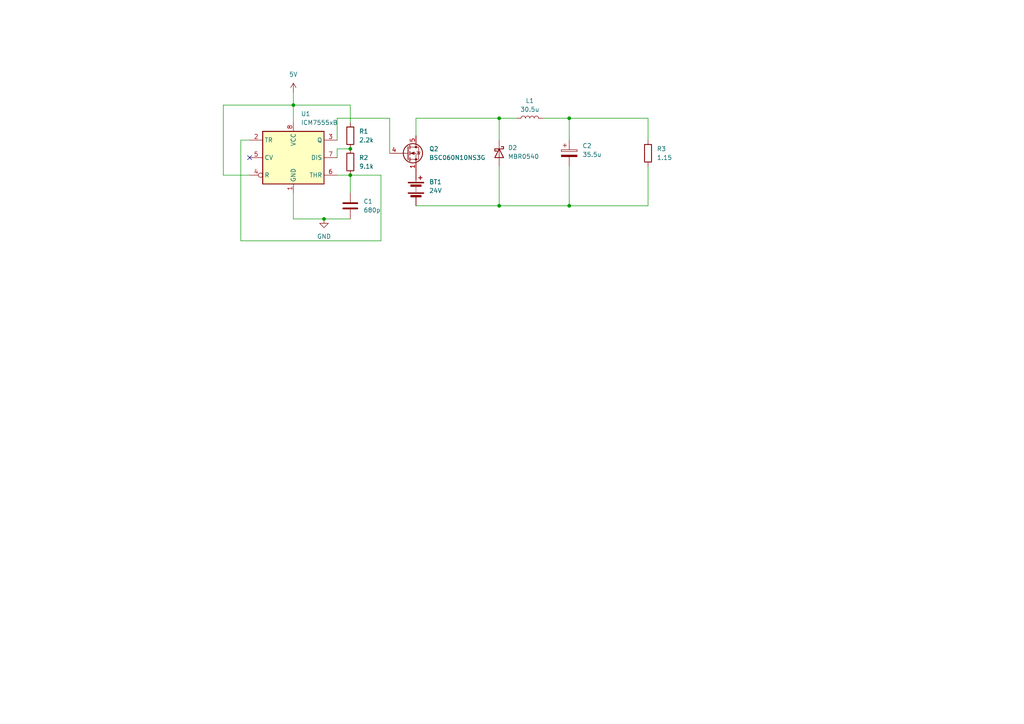
<source format=kicad_sch>
(kicad_sch
	(version 20231120)
	(generator "eeschema")
	(generator_version "8.0")
	(uuid "0f7327a1-8d3a-4ca4-9b7e-fc1bdb38d4ed")
	(paper "A4")
	(lib_symbols
		(symbol "Device:Battery"
			(pin_numbers hide)
			(pin_names
				(offset 0) hide)
			(exclude_from_sim no)
			(in_bom yes)
			(on_board yes)
			(property "Reference" "BT"
				(at 2.54 2.54 0)
				(effects
					(font
						(size 1.27 1.27)
					)
					(justify left)
				)
			)
			(property "Value" "Battery"
				(at 2.54 0 0)
				(effects
					(font
						(size 1.27 1.27)
					)
					(justify left)
				)
			)
			(property "Footprint" ""
				(at 0 1.524 90)
				(effects
					(font
						(size 1.27 1.27)
					)
					(hide yes)
				)
			)
			(property "Datasheet" "~"
				(at 0 1.524 90)
				(effects
					(font
						(size 1.27 1.27)
					)
					(hide yes)
				)
			)
			(property "Description" "Multiple-cell battery"
				(at 0 0 0)
				(effects
					(font
						(size 1.27 1.27)
					)
					(hide yes)
				)
			)
			(property "ki_keywords" "batt voltage-source cell"
				(at 0 0 0)
				(effects
					(font
						(size 1.27 1.27)
					)
					(hide yes)
				)
			)
			(symbol "Battery_0_1"
				(rectangle
					(start -2.286 -1.27)
					(end 2.286 -1.524)
					(stroke
						(width 0)
						(type default)
					)
					(fill
						(type outline)
					)
				)
				(rectangle
					(start -2.286 1.778)
					(end 2.286 1.524)
					(stroke
						(width 0)
						(type default)
					)
					(fill
						(type outline)
					)
				)
				(rectangle
					(start -1.524 -2.032)
					(end 1.524 -2.54)
					(stroke
						(width 0)
						(type default)
					)
					(fill
						(type outline)
					)
				)
				(rectangle
					(start -1.524 1.016)
					(end 1.524 0.508)
					(stroke
						(width 0)
						(type default)
					)
					(fill
						(type outline)
					)
				)
				(polyline
					(pts
						(xy 0 -1.016) (xy 0 -0.762)
					)
					(stroke
						(width 0)
						(type default)
					)
					(fill
						(type none)
					)
				)
				(polyline
					(pts
						(xy 0 -0.508) (xy 0 -0.254)
					)
					(stroke
						(width 0)
						(type default)
					)
					(fill
						(type none)
					)
				)
				(polyline
					(pts
						(xy 0 0) (xy 0 0.254)
					)
					(stroke
						(width 0)
						(type default)
					)
					(fill
						(type none)
					)
				)
				(polyline
					(pts
						(xy 0 1.778) (xy 0 2.54)
					)
					(stroke
						(width 0)
						(type default)
					)
					(fill
						(type none)
					)
				)
				(polyline
					(pts
						(xy 0.762 3.048) (xy 1.778 3.048)
					)
					(stroke
						(width 0.254)
						(type default)
					)
					(fill
						(type none)
					)
				)
				(polyline
					(pts
						(xy 1.27 3.556) (xy 1.27 2.54)
					)
					(stroke
						(width 0.254)
						(type default)
					)
					(fill
						(type none)
					)
				)
			)
			(symbol "Battery_1_1"
				(pin passive line
					(at 0 5.08 270)
					(length 2.54)
					(name "+"
						(effects
							(font
								(size 1.27 1.27)
							)
						)
					)
					(number "1"
						(effects
							(font
								(size 1.27 1.27)
							)
						)
					)
				)
				(pin passive line
					(at 0 -5.08 90)
					(length 2.54)
					(name "-"
						(effects
							(font
								(size 1.27 1.27)
							)
						)
					)
					(number "2"
						(effects
							(font
								(size 1.27 1.27)
							)
						)
					)
				)
			)
		)
		(symbol "Device:C"
			(pin_numbers hide)
			(pin_names
				(offset 0.254)
			)
			(exclude_from_sim no)
			(in_bom yes)
			(on_board yes)
			(property "Reference" "C"
				(at 0.635 2.54 0)
				(effects
					(font
						(size 1.27 1.27)
					)
					(justify left)
				)
			)
			(property "Value" "C"
				(at 0.635 -2.54 0)
				(effects
					(font
						(size 1.27 1.27)
					)
					(justify left)
				)
			)
			(property "Footprint" ""
				(at 0.9652 -3.81 0)
				(effects
					(font
						(size 1.27 1.27)
					)
					(hide yes)
				)
			)
			(property "Datasheet" "~"
				(at 0 0 0)
				(effects
					(font
						(size 1.27 1.27)
					)
					(hide yes)
				)
			)
			(property "Description" "Unpolarized capacitor"
				(at 0 0 0)
				(effects
					(font
						(size 1.27 1.27)
					)
					(hide yes)
				)
			)
			(property "ki_keywords" "cap capacitor"
				(at 0 0 0)
				(effects
					(font
						(size 1.27 1.27)
					)
					(hide yes)
				)
			)
			(property "ki_fp_filters" "C_*"
				(at 0 0 0)
				(effects
					(font
						(size 1.27 1.27)
					)
					(hide yes)
				)
			)
			(symbol "C_0_1"
				(polyline
					(pts
						(xy -2.032 -0.762) (xy 2.032 -0.762)
					)
					(stroke
						(width 0.508)
						(type default)
					)
					(fill
						(type none)
					)
				)
				(polyline
					(pts
						(xy -2.032 0.762) (xy 2.032 0.762)
					)
					(stroke
						(width 0.508)
						(type default)
					)
					(fill
						(type none)
					)
				)
			)
			(symbol "C_1_1"
				(pin passive line
					(at 0 3.81 270)
					(length 2.794)
					(name "~"
						(effects
							(font
								(size 1.27 1.27)
							)
						)
					)
					(number "1"
						(effects
							(font
								(size 1.27 1.27)
							)
						)
					)
				)
				(pin passive line
					(at 0 -3.81 90)
					(length 2.794)
					(name "~"
						(effects
							(font
								(size 1.27 1.27)
							)
						)
					)
					(number "2"
						(effects
							(font
								(size 1.27 1.27)
							)
						)
					)
				)
			)
		)
		(symbol "Device:C_Polarized"
			(pin_numbers hide)
			(pin_names
				(offset 0.254)
			)
			(exclude_from_sim no)
			(in_bom yes)
			(on_board yes)
			(property "Reference" "C"
				(at 0.635 2.54 0)
				(effects
					(font
						(size 1.27 1.27)
					)
					(justify left)
				)
			)
			(property "Value" "C_Polarized"
				(at 0.635 -2.54 0)
				(effects
					(font
						(size 1.27 1.27)
					)
					(justify left)
				)
			)
			(property "Footprint" ""
				(at 0.9652 -3.81 0)
				(effects
					(font
						(size 1.27 1.27)
					)
					(hide yes)
				)
			)
			(property "Datasheet" "~"
				(at 0 0 0)
				(effects
					(font
						(size 1.27 1.27)
					)
					(hide yes)
				)
			)
			(property "Description" "Polarized capacitor"
				(at 0 0 0)
				(effects
					(font
						(size 1.27 1.27)
					)
					(hide yes)
				)
			)
			(property "ki_keywords" "cap capacitor"
				(at 0 0 0)
				(effects
					(font
						(size 1.27 1.27)
					)
					(hide yes)
				)
			)
			(property "ki_fp_filters" "CP_*"
				(at 0 0 0)
				(effects
					(font
						(size 1.27 1.27)
					)
					(hide yes)
				)
			)
			(symbol "C_Polarized_0_1"
				(rectangle
					(start -2.286 0.508)
					(end 2.286 1.016)
					(stroke
						(width 0)
						(type default)
					)
					(fill
						(type none)
					)
				)
				(polyline
					(pts
						(xy -1.778 2.286) (xy -0.762 2.286)
					)
					(stroke
						(width 0)
						(type default)
					)
					(fill
						(type none)
					)
				)
				(polyline
					(pts
						(xy -1.27 2.794) (xy -1.27 1.778)
					)
					(stroke
						(width 0)
						(type default)
					)
					(fill
						(type none)
					)
				)
				(rectangle
					(start 2.286 -0.508)
					(end -2.286 -1.016)
					(stroke
						(width 0)
						(type default)
					)
					(fill
						(type outline)
					)
				)
			)
			(symbol "C_Polarized_1_1"
				(pin passive line
					(at 0 3.81 270)
					(length 2.794)
					(name "~"
						(effects
							(font
								(size 1.27 1.27)
							)
						)
					)
					(number "1"
						(effects
							(font
								(size 1.27 1.27)
							)
						)
					)
				)
				(pin passive line
					(at 0 -3.81 90)
					(length 2.794)
					(name "~"
						(effects
							(font
								(size 1.27 1.27)
							)
						)
					)
					(number "2"
						(effects
							(font
								(size 1.27 1.27)
							)
						)
					)
				)
			)
		)
		(symbol "Device:L"
			(pin_numbers hide)
			(pin_names
				(offset 1.016) hide)
			(exclude_from_sim no)
			(in_bom yes)
			(on_board yes)
			(property "Reference" "L"
				(at -1.27 0 90)
				(effects
					(font
						(size 1.27 1.27)
					)
				)
			)
			(property "Value" "L"
				(at 1.905 0 90)
				(effects
					(font
						(size 1.27 1.27)
					)
				)
			)
			(property "Footprint" ""
				(at 0 0 0)
				(effects
					(font
						(size 1.27 1.27)
					)
					(hide yes)
				)
			)
			(property "Datasheet" "~"
				(at 0 0 0)
				(effects
					(font
						(size 1.27 1.27)
					)
					(hide yes)
				)
			)
			(property "Description" "Inductor"
				(at 0 0 0)
				(effects
					(font
						(size 1.27 1.27)
					)
					(hide yes)
				)
			)
			(property "ki_keywords" "inductor choke coil reactor magnetic"
				(at 0 0 0)
				(effects
					(font
						(size 1.27 1.27)
					)
					(hide yes)
				)
			)
			(property "ki_fp_filters" "Choke_* *Coil* Inductor_* L_*"
				(at 0 0 0)
				(effects
					(font
						(size 1.27 1.27)
					)
					(hide yes)
				)
			)
			(symbol "L_0_1"
				(arc
					(start 0 -2.54)
					(mid 0.6323 -1.905)
					(end 0 -1.27)
					(stroke
						(width 0)
						(type default)
					)
					(fill
						(type none)
					)
				)
				(arc
					(start 0 -1.27)
					(mid 0.6323 -0.635)
					(end 0 0)
					(stroke
						(width 0)
						(type default)
					)
					(fill
						(type none)
					)
				)
				(arc
					(start 0 0)
					(mid 0.6323 0.635)
					(end 0 1.27)
					(stroke
						(width 0)
						(type default)
					)
					(fill
						(type none)
					)
				)
				(arc
					(start 0 1.27)
					(mid 0.6323 1.905)
					(end 0 2.54)
					(stroke
						(width 0)
						(type default)
					)
					(fill
						(type none)
					)
				)
			)
			(symbol "L_1_1"
				(pin passive line
					(at 0 3.81 270)
					(length 1.27)
					(name "1"
						(effects
							(font
								(size 1.27 1.27)
							)
						)
					)
					(number "1"
						(effects
							(font
								(size 1.27 1.27)
							)
						)
					)
				)
				(pin passive line
					(at 0 -3.81 90)
					(length 1.27)
					(name "2"
						(effects
							(font
								(size 1.27 1.27)
							)
						)
					)
					(number "2"
						(effects
							(font
								(size 1.27 1.27)
							)
						)
					)
				)
			)
		)
		(symbol "Device:R"
			(pin_numbers hide)
			(pin_names
				(offset 0)
			)
			(exclude_from_sim no)
			(in_bom yes)
			(on_board yes)
			(property "Reference" "R"
				(at 2.032 0 90)
				(effects
					(font
						(size 1.27 1.27)
					)
				)
			)
			(property "Value" "R"
				(at 0 0 90)
				(effects
					(font
						(size 1.27 1.27)
					)
				)
			)
			(property "Footprint" ""
				(at -1.778 0 90)
				(effects
					(font
						(size 1.27 1.27)
					)
					(hide yes)
				)
			)
			(property "Datasheet" "~"
				(at 0 0 0)
				(effects
					(font
						(size 1.27 1.27)
					)
					(hide yes)
				)
			)
			(property "Description" "Resistor"
				(at 0 0 0)
				(effects
					(font
						(size 1.27 1.27)
					)
					(hide yes)
				)
			)
			(property "ki_keywords" "R res resistor"
				(at 0 0 0)
				(effects
					(font
						(size 1.27 1.27)
					)
					(hide yes)
				)
			)
			(property "ki_fp_filters" "R_*"
				(at 0 0 0)
				(effects
					(font
						(size 1.27 1.27)
					)
					(hide yes)
				)
			)
			(symbol "R_0_1"
				(rectangle
					(start -1.016 -2.54)
					(end 1.016 2.54)
					(stroke
						(width 0.254)
						(type default)
					)
					(fill
						(type none)
					)
				)
			)
			(symbol "R_1_1"
				(pin passive line
					(at 0 3.81 270)
					(length 1.27)
					(name "~"
						(effects
							(font
								(size 1.27 1.27)
							)
						)
					)
					(number "1"
						(effects
							(font
								(size 1.27 1.27)
							)
						)
					)
				)
				(pin passive line
					(at 0 -3.81 90)
					(length 1.27)
					(name "~"
						(effects
							(font
								(size 1.27 1.27)
							)
						)
					)
					(number "2"
						(effects
							(font
								(size 1.27 1.27)
							)
						)
					)
				)
			)
		)
		(symbol "Diode:MBR0540"
			(pin_numbers hide)
			(pin_names
				(offset 1.016) hide)
			(exclude_from_sim no)
			(in_bom yes)
			(on_board yes)
			(property "Reference" "D"
				(at 0 2.54 0)
				(effects
					(font
						(size 1.27 1.27)
					)
				)
			)
			(property "Value" "MBR0540"
				(at 0 -2.54 0)
				(effects
					(font
						(size 1.27 1.27)
					)
				)
			)
			(property "Footprint" "Diode_SMD:D_SOD-123"
				(at 0 -4.445 0)
				(effects
					(font
						(size 1.27 1.27)
					)
					(hide yes)
				)
			)
			(property "Datasheet" "http://www.mccsemi.com/up_pdf/MBR0520~MBR0580(SOD123).pdf"
				(at 0 0 0)
				(effects
					(font
						(size 1.27 1.27)
					)
					(hide yes)
				)
			)
			(property "Description" "40V 0.5A Schottky Power Rectifier Diode, SOD-123"
				(at 0 0 0)
				(effects
					(font
						(size 1.27 1.27)
					)
					(hide yes)
				)
			)
			(property "ki_keywords" "diode Schottky"
				(at 0 0 0)
				(effects
					(font
						(size 1.27 1.27)
					)
					(hide yes)
				)
			)
			(property "ki_fp_filters" "D*SOD?123*"
				(at 0 0 0)
				(effects
					(font
						(size 1.27 1.27)
					)
					(hide yes)
				)
			)
			(symbol "MBR0540_0_1"
				(polyline
					(pts
						(xy 1.27 0) (xy -1.27 0)
					)
					(stroke
						(width 0)
						(type default)
					)
					(fill
						(type none)
					)
				)
				(polyline
					(pts
						(xy 1.27 1.27) (xy 1.27 -1.27) (xy -1.27 0) (xy 1.27 1.27)
					)
					(stroke
						(width 0.254)
						(type default)
					)
					(fill
						(type none)
					)
				)
				(polyline
					(pts
						(xy -1.905 0.635) (xy -1.905 1.27) (xy -1.27 1.27) (xy -1.27 -1.27) (xy -0.635 -1.27) (xy -0.635 -0.635)
					)
					(stroke
						(width 0.254)
						(type default)
					)
					(fill
						(type none)
					)
				)
			)
			(symbol "MBR0540_1_1"
				(pin passive line
					(at -3.81 0 0)
					(length 2.54)
					(name "K"
						(effects
							(font
								(size 1.27 1.27)
							)
						)
					)
					(number "1"
						(effects
							(font
								(size 1.27 1.27)
							)
						)
					)
				)
				(pin passive line
					(at 3.81 0 180)
					(length 2.54)
					(name "A"
						(effects
							(font
								(size 1.27 1.27)
							)
						)
					)
					(number "2"
						(effects
							(font
								(size 1.27 1.27)
							)
						)
					)
				)
			)
		)
		(symbol "Timer:ICM7555xB"
			(exclude_from_sim no)
			(in_bom yes)
			(on_board yes)
			(property "Reference" "U"
				(at -10.16 8.89 0)
				(effects
					(font
						(size 1.27 1.27)
					)
					(justify left)
				)
			)
			(property "Value" "ICM7555xB"
				(at 2.54 8.89 0)
				(effects
					(font
						(size 1.27 1.27)
					)
					(justify left)
				)
			)
			(property "Footprint" "Package_SO:SOIC-8_3.9x4.9mm_P1.27mm"
				(at 21.59 -10.16 0)
				(effects
					(font
						(size 1.27 1.27)
					)
					(hide yes)
				)
			)
			(property "Datasheet" "http://www.intersil.com/content/dam/Intersil/documents/icm7/icm7555-56.pdf"
				(at 21.59 -10.16 0)
				(effects
					(font
						(size 1.27 1.27)
					)
					(hide yes)
				)
			)
			(property "Description" "CMOS General Purpose Timer, 555 compatible, SOIC-8"
				(at 0 0 0)
				(effects
					(font
						(size 1.27 1.27)
					)
					(hide yes)
				)
			)
			(property "ki_keywords" "single timer 555"
				(at 0 0 0)
				(effects
					(font
						(size 1.27 1.27)
					)
					(hide yes)
				)
			)
			(property "ki_fp_filters" "SOIC*3.9x4.9mm*P1.27mm*"
				(at 0 0 0)
				(effects
					(font
						(size 1.27 1.27)
					)
					(hide yes)
				)
			)
			(symbol "ICM7555xB_0_0"
				(pin power_in line
					(at 0 -10.16 90)
					(length 2.54)
					(name "GND"
						(effects
							(font
								(size 1.27 1.27)
							)
						)
					)
					(number "1"
						(effects
							(font
								(size 1.27 1.27)
							)
						)
					)
				)
				(pin power_in line
					(at 0 10.16 270)
					(length 2.54)
					(name "VCC"
						(effects
							(font
								(size 1.27 1.27)
							)
						)
					)
					(number "8"
						(effects
							(font
								(size 1.27 1.27)
							)
						)
					)
				)
			)
			(symbol "ICM7555xB_0_1"
				(rectangle
					(start -8.89 -7.62)
					(end 8.89 7.62)
					(stroke
						(width 0.254)
						(type default)
					)
					(fill
						(type background)
					)
				)
				(rectangle
					(start -8.89 -7.62)
					(end 8.89 7.62)
					(stroke
						(width 0.254)
						(type default)
					)
					(fill
						(type background)
					)
				)
			)
			(symbol "ICM7555xB_1_1"
				(pin input line
					(at -12.7 5.08 0)
					(length 3.81)
					(name "TR"
						(effects
							(font
								(size 1.27 1.27)
							)
						)
					)
					(number "2"
						(effects
							(font
								(size 1.27 1.27)
							)
						)
					)
				)
				(pin output line
					(at 12.7 5.08 180)
					(length 3.81)
					(name "Q"
						(effects
							(font
								(size 1.27 1.27)
							)
						)
					)
					(number "3"
						(effects
							(font
								(size 1.27 1.27)
							)
						)
					)
				)
				(pin input inverted
					(at -12.7 -5.08 0)
					(length 3.81)
					(name "R"
						(effects
							(font
								(size 1.27 1.27)
							)
						)
					)
					(number "4"
						(effects
							(font
								(size 1.27 1.27)
							)
						)
					)
				)
				(pin input line
					(at -12.7 0 0)
					(length 3.81)
					(name "CV"
						(effects
							(font
								(size 1.27 1.27)
							)
						)
					)
					(number "5"
						(effects
							(font
								(size 1.27 1.27)
							)
						)
					)
				)
				(pin input line
					(at 12.7 -5.08 180)
					(length 3.81)
					(name "THR"
						(effects
							(font
								(size 1.27 1.27)
							)
						)
					)
					(number "6"
						(effects
							(font
								(size 1.27 1.27)
							)
						)
					)
				)
				(pin input line
					(at 12.7 0 180)
					(length 3.81)
					(name "DIS"
						(effects
							(font
								(size 1.27 1.27)
							)
						)
					)
					(number "7"
						(effects
							(font
								(size 1.27 1.27)
							)
						)
					)
				)
			)
		)
		(symbol "Transistor_FET:BSC060N10NS3G"
			(pin_names hide)
			(exclude_from_sim no)
			(in_bom yes)
			(on_board yes)
			(property "Reference" "Q"
				(at 5.08 1.905 0)
				(effects
					(font
						(size 1.27 1.27)
					)
					(justify left)
				)
			)
			(property "Value" "BSC060N10NS3G"
				(at 5.08 0 0)
				(effects
					(font
						(size 1.27 1.27)
					)
					(justify left)
				)
			)
			(property "Footprint" "Package_TO_SOT_SMD:TDSON-8-1"
				(at 5.08 -1.905 0)
				(effects
					(font
						(size 1.27 1.27)
						(italic yes)
					)
					(justify left)
					(hide yes)
				)
			)
			(property "Datasheet" "http://www.infineon.com/dgdl/Infineon-BSC060N10NS3-DS-v02_04-en.pdf?fileId=db3a30431ce5fb52011d1aab7f90133a"
				(at 5.08 -3.81 0)
				(effects
					(font
						(size 1.27 1.27)
					)
					(justify left)
					(hide yes)
				)
			)
			(property "Description" "90A Id, 100V Vds, OptiMOS N-Channel Power MOSFET, 6.0mOhm Ron, Qg (typ) 51.0nC, PG-TDSON-8"
				(at 0 0 0)
				(effects
					(font
						(size 1.27 1.27)
					)
					(hide yes)
				)
			)
			(property "ki_keywords" "OptiMOS Power MOSFET N-MOS"
				(at 0 0 0)
				(effects
					(font
						(size 1.27 1.27)
					)
					(hide yes)
				)
			)
			(property "ki_fp_filters" "TDSON*"
				(at 0 0 0)
				(effects
					(font
						(size 1.27 1.27)
					)
					(hide yes)
				)
			)
			(symbol "BSC060N10NS3G_0_1"
				(polyline
					(pts
						(xy 0.254 0) (xy -2.54 0)
					)
					(stroke
						(width 0)
						(type default)
					)
					(fill
						(type none)
					)
				)
				(polyline
					(pts
						(xy 0.254 1.905) (xy 0.254 -1.905)
					)
					(stroke
						(width 0.254)
						(type default)
					)
					(fill
						(type none)
					)
				)
				(polyline
					(pts
						(xy 0.762 -1.27) (xy 0.762 -2.286)
					)
					(stroke
						(width 0.254)
						(type default)
					)
					(fill
						(type none)
					)
				)
				(polyline
					(pts
						(xy 0.762 0.508) (xy 0.762 -0.508)
					)
					(stroke
						(width 0.254)
						(type default)
					)
					(fill
						(type none)
					)
				)
				(polyline
					(pts
						(xy 0.762 2.286) (xy 0.762 1.27)
					)
					(stroke
						(width 0.254)
						(type default)
					)
					(fill
						(type none)
					)
				)
				(polyline
					(pts
						(xy 2.54 2.54) (xy 2.54 1.778)
					)
					(stroke
						(width 0)
						(type default)
					)
					(fill
						(type none)
					)
				)
				(polyline
					(pts
						(xy 2.54 -2.54) (xy 2.54 0) (xy 0.762 0)
					)
					(stroke
						(width 0)
						(type default)
					)
					(fill
						(type none)
					)
				)
				(polyline
					(pts
						(xy 0.762 -1.778) (xy 3.302 -1.778) (xy 3.302 1.778) (xy 0.762 1.778)
					)
					(stroke
						(width 0)
						(type default)
					)
					(fill
						(type none)
					)
				)
				(polyline
					(pts
						(xy 1.016 0) (xy 2.032 0.381) (xy 2.032 -0.381) (xy 1.016 0)
					)
					(stroke
						(width 0)
						(type default)
					)
					(fill
						(type outline)
					)
				)
				(polyline
					(pts
						(xy 2.794 0.508) (xy 2.921 0.381) (xy 3.683 0.381) (xy 3.81 0.254)
					)
					(stroke
						(width 0)
						(type default)
					)
					(fill
						(type none)
					)
				)
				(polyline
					(pts
						(xy 3.302 0.381) (xy 2.921 -0.254) (xy 3.683 -0.254) (xy 3.302 0.381)
					)
					(stroke
						(width 0)
						(type default)
					)
					(fill
						(type none)
					)
				)
				(circle
					(center 1.651 0)
					(radius 2.794)
					(stroke
						(width 0.254)
						(type default)
					)
					(fill
						(type none)
					)
				)
				(circle
					(center 2.54 -1.778)
					(radius 0.254)
					(stroke
						(width 0)
						(type default)
					)
					(fill
						(type outline)
					)
				)
				(circle
					(center 2.54 1.778)
					(radius 0.254)
					(stroke
						(width 0)
						(type default)
					)
					(fill
						(type outline)
					)
				)
			)
			(symbol "BSC060N10NS3G_1_1"
				(pin passive line
					(at 2.54 -5.08 90)
					(length 2.54)
					(name "S"
						(effects
							(font
								(size 1.27 1.27)
							)
						)
					)
					(number "1"
						(effects
							(font
								(size 1.27 1.27)
							)
						)
					)
				)
				(pin passive line
					(at 2.54 -5.08 90)
					(length 2.54) hide
					(name "S"
						(effects
							(font
								(size 1.27 1.27)
							)
						)
					)
					(number "2"
						(effects
							(font
								(size 1.27 1.27)
							)
						)
					)
				)
				(pin passive line
					(at 2.54 -5.08 90)
					(length 2.54) hide
					(name "S"
						(effects
							(font
								(size 1.27 1.27)
							)
						)
					)
					(number "3"
						(effects
							(font
								(size 1.27 1.27)
							)
						)
					)
				)
				(pin passive line
					(at -5.08 0 0)
					(length 2.54)
					(name "G"
						(effects
							(font
								(size 1.27 1.27)
							)
						)
					)
					(number "4"
						(effects
							(font
								(size 1.27 1.27)
							)
						)
					)
				)
				(pin passive line
					(at 2.54 5.08 270)
					(length 2.54)
					(name "D"
						(effects
							(font
								(size 1.27 1.27)
							)
						)
					)
					(number "5"
						(effects
							(font
								(size 1.27 1.27)
							)
						)
					)
				)
			)
		)
		(symbol "power:GND"
			(power)
			(pin_numbers hide)
			(pin_names
				(offset 0) hide)
			(exclude_from_sim no)
			(in_bom yes)
			(on_board yes)
			(property "Reference" "#PWR"
				(at 0 -6.35 0)
				(effects
					(font
						(size 1.27 1.27)
					)
					(hide yes)
				)
			)
			(property "Value" "GND"
				(at 0 -3.81 0)
				(effects
					(font
						(size 1.27 1.27)
					)
				)
			)
			(property "Footprint" ""
				(at 0 0 0)
				(effects
					(font
						(size 1.27 1.27)
					)
					(hide yes)
				)
			)
			(property "Datasheet" ""
				(at 0 0 0)
				(effects
					(font
						(size 1.27 1.27)
					)
					(hide yes)
				)
			)
			(property "Description" "Power symbol creates a global label with name \"GND\" , ground"
				(at 0 0 0)
				(effects
					(font
						(size 1.27 1.27)
					)
					(hide yes)
				)
			)
			(property "ki_keywords" "global power"
				(at 0 0 0)
				(effects
					(font
						(size 1.27 1.27)
					)
					(hide yes)
				)
			)
			(symbol "GND_0_1"
				(polyline
					(pts
						(xy 0 0) (xy 0 -1.27) (xy 1.27 -1.27) (xy 0 -2.54) (xy -1.27 -1.27) (xy 0 -1.27)
					)
					(stroke
						(width 0)
						(type default)
					)
					(fill
						(type none)
					)
				)
			)
			(symbol "GND_1_1"
				(pin power_in line
					(at 0 0 270)
					(length 0)
					(name "~"
						(effects
							(font
								(size 1.27 1.27)
							)
						)
					)
					(number "1"
						(effects
							(font
								(size 1.27 1.27)
							)
						)
					)
				)
			)
		)
		(symbol "power:VCC"
			(power)
			(pin_numbers hide)
			(pin_names
				(offset 0) hide)
			(exclude_from_sim no)
			(in_bom yes)
			(on_board yes)
			(property "Reference" "#PWR"
				(at 0 -3.81 0)
				(effects
					(font
						(size 1.27 1.27)
					)
					(hide yes)
				)
			)
			(property "Value" "VCC"
				(at 0 3.556 0)
				(effects
					(font
						(size 1.27 1.27)
					)
				)
			)
			(property "Footprint" ""
				(at 0 0 0)
				(effects
					(font
						(size 1.27 1.27)
					)
					(hide yes)
				)
			)
			(property "Datasheet" ""
				(at 0 0 0)
				(effects
					(font
						(size 1.27 1.27)
					)
					(hide yes)
				)
			)
			(property "Description" "Power symbol creates a global label with name \"VCC\""
				(at 0 0 0)
				(effects
					(font
						(size 1.27 1.27)
					)
					(hide yes)
				)
			)
			(property "ki_keywords" "global power"
				(at 0 0 0)
				(effects
					(font
						(size 1.27 1.27)
					)
					(hide yes)
				)
			)
			(symbol "VCC_0_1"
				(polyline
					(pts
						(xy -0.762 1.27) (xy 0 2.54)
					)
					(stroke
						(width 0)
						(type default)
					)
					(fill
						(type none)
					)
				)
				(polyline
					(pts
						(xy 0 0) (xy 0 2.54)
					)
					(stroke
						(width 0)
						(type default)
					)
					(fill
						(type none)
					)
				)
				(polyline
					(pts
						(xy 0 2.54) (xy 0.762 1.27)
					)
					(stroke
						(width 0)
						(type default)
					)
					(fill
						(type none)
					)
				)
			)
			(symbol "VCC_1_1"
				(pin power_in line
					(at 0 0 90)
					(length 0)
					(name "~"
						(effects
							(font
								(size 1.27 1.27)
							)
						)
					)
					(number "1"
						(effects
							(font
								(size 1.27 1.27)
							)
						)
					)
				)
			)
		)
	)
	(junction
		(at 85.09 30.48)
		(diameter 0)
		(color 0 0 0 0)
		(uuid "0a8a8d8b-b43f-4c44-a1b2-7a018de47c9f")
	)
	(junction
		(at 144.78 59.69)
		(diameter 0)
		(color 0 0 0 0)
		(uuid "0c0ffd33-876e-483f-9d60-e7d51453b7a6")
	)
	(junction
		(at 101.6 43.18)
		(diameter 0)
		(color 0 0 0 0)
		(uuid "0dbc2e0c-0f3d-4204-b5fe-5f1e76655936")
	)
	(junction
		(at 165.1 34.29)
		(diameter 0)
		(color 0 0 0 0)
		(uuid "79d95d02-8f33-42da-b613-7fc4a10bb6ce")
	)
	(junction
		(at 101.6 50.8)
		(diameter 0)
		(color 0 0 0 0)
		(uuid "c3089dc2-2aa5-40f9-b465-1f1abd006a59")
	)
	(junction
		(at 165.1 59.69)
		(diameter 0)
		(color 0 0 0 0)
		(uuid "cd423450-7fba-48a5-a156-49d7c6b59c0e")
	)
	(junction
		(at 93.98 63.5)
		(diameter 0)
		(color 0 0 0 0)
		(uuid "dccae92f-43b1-4c2b-af56-b5b869ecef9b")
	)
	(junction
		(at 144.78 34.29)
		(diameter 0)
		(color 0 0 0 0)
		(uuid "e2b316ec-98bf-4861-9c5a-6e4e1b7702a1")
	)
	(no_connect
		(at 72.39 45.72)
		(uuid "ab1dea91-388c-47ef-bd3c-25e318b53c00")
	)
	(wire
		(pts
			(xy 101.6 50.8) (xy 101.6 55.88)
		)
		(stroke
			(width 0)
			(type default)
		)
		(uuid "09b85076-d2f8-4471-82d3-7510268190f2")
	)
	(wire
		(pts
			(xy 97.79 50.8) (xy 101.6 50.8)
		)
		(stroke
			(width 0)
			(type default)
		)
		(uuid "0f41d022-0ad5-4498-a3cd-36cc018b5df5")
	)
	(wire
		(pts
			(xy 187.96 34.29) (xy 187.96 40.64)
		)
		(stroke
			(width 0)
			(type default)
		)
		(uuid "13116ae2-a4ce-4cac-adcf-fde76110b7eb")
	)
	(wire
		(pts
			(xy 85.09 30.48) (xy 85.09 35.56)
		)
		(stroke
			(width 0)
			(type default)
		)
		(uuid "15bee572-a3c3-4cf5-b3bb-818ae5d38ce9")
	)
	(wire
		(pts
			(xy 97.79 43.18) (xy 101.6 43.18)
		)
		(stroke
			(width 0)
			(type default)
		)
		(uuid "2dba036b-6857-4d2b-a2c3-779106264e62")
	)
	(wire
		(pts
			(xy 113.03 34.29) (xy 113.03 44.45)
		)
		(stroke
			(width 0)
			(type default)
		)
		(uuid "32a2acfc-e42b-417e-88fe-9a46db5e81ea")
	)
	(wire
		(pts
			(xy 72.39 50.8) (xy 64.77 50.8)
		)
		(stroke
			(width 0)
			(type default)
		)
		(uuid "360274d9-ced6-4937-9971-92d373bc4761")
	)
	(wire
		(pts
			(xy 101.6 30.48) (xy 85.09 30.48)
		)
		(stroke
			(width 0)
			(type default)
		)
		(uuid "3f7dd47e-22e7-45df-9a49-283630c5edd3")
	)
	(wire
		(pts
			(xy 110.49 50.8) (xy 110.49 69.85)
		)
		(stroke
			(width 0)
			(type default)
		)
		(uuid "3fab9810-ccfb-48ee-b711-76c961c45919")
	)
	(wire
		(pts
			(xy 85.09 55.88) (xy 85.09 63.5)
		)
		(stroke
			(width 0)
			(type default)
		)
		(uuid "4ac387d1-cc07-484c-bee8-0f70eaef46e1")
	)
	(wire
		(pts
			(xy 165.1 48.26) (xy 165.1 59.69)
		)
		(stroke
			(width 0)
			(type default)
		)
		(uuid "4f7f7fae-0cf5-4678-841c-0a098bc13e08")
	)
	(wire
		(pts
			(xy 144.78 59.69) (xy 165.1 59.69)
		)
		(stroke
			(width 0)
			(type default)
		)
		(uuid "55c3f1f6-272b-43e9-967d-5f5b74d0127d")
	)
	(wire
		(pts
			(xy 165.1 34.29) (xy 187.96 34.29)
		)
		(stroke
			(width 0)
			(type default)
		)
		(uuid "5c8cd9a4-7366-4795-a5b8-4244175d0ca1")
	)
	(wire
		(pts
			(xy 64.77 30.48) (xy 85.09 30.48)
		)
		(stroke
			(width 0)
			(type default)
		)
		(uuid "66df142b-e66a-4304-baba-a4a35c435545")
	)
	(wire
		(pts
			(xy 144.78 34.29) (xy 149.86 34.29)
		)
		(stroke
			(width 0)
			(type default)
		)
		(uuid "67a21e05-a009-46ae-9e93-65d660f29695")
	)
	(wire
		(pts
			(xy 69.85 69.85) (xy 69.85 40.64)
		)
		(stroke
			(width 0)
			(type default)
		)
		(uuid "728822bc-4b64-4ee5-82a0-e1d6154abb0d")
	)
	(wire
		(pts
			(xy 165.1 34.29) (xy 165.1 40.64)
		)
		(stroke
			(width 0)
			(type default)
		)
		(uuid "7461c0c8-3a82-4ebc-8a8b-b9ad100e747e")
	)
	(wire
		(pts
			(xy 85.09 26.67) (xy 85.09 30.48)
		)
		(stroke
			(width 0)
			(type default)
		)
		(uuid "7931725a-5591-4237-9061-541c8c1110c6")
	)
	(wire
		(pts
			(xy 97.79 34.29) (xy 113.03 34.29)
		)
		(stroke
			(width 0)
			(type default)
		)
		(uuid "7f40a9ba-d4d0-4475-b8f5-5b3a3cfc1127")
	)
	(wire
		(pts
			(xy 144.78 48.26) (xy 144.78 59.69)
		)
		(stroke
			(width 0)
			(type default)
		)
		(uuid "812612d5-6129-4d12-a548-4e02cf96e26e")
	)
	(wire
		(pts
			(xy 85.09 63.5) (xy 93.98 63.5)
		)
		(stroke
			(width 0)
			(type default)
		)
		(uuid "95b05aef-e17a-43a1-95ce-37450b8ea956")
	)
	(wire
		(pts
			(xy 110.49 69.85) (xy 69.85 69.85)
		)
		(stroke
			(width 0)
			(type default)
		)
		(uuid "9ab62fcb-a3cf-4f68-8ca8-7334c646d495")
	)
	(wire
		(pts
			(xy 97.79 40.64) (xy 97.79 34.29)
		)
		(stroke
			(width 0)
			(type default)
		)
		(uuid "a5c2d33c-024b-442e-b687-d9b479b683dd")
	)
	(wire
		(pts
			(xy 157.48 34.29) (xy 165.1 34.29)
		)
		(stroke
			(width 0)
			(type default)
		)
		(uuid "ae7e4f80-e474-460f-b5c7-609ef32073d1")
	)
	(wire
		(pts
			(xy 120.65 59.69) (xy 144.78 59.69)
		)
		(stroke
			(width 0)
			(type default)
		)
		(uuid "aeb5425f-1cf7-442f-9b9f-fa50b8d325c5")
	)
	(wire
		(pts
			(xy 93.98 63.5) (xy 101.6 63.5)
		)
		(stroke
			(width 0)
			(type default)
		)
		(uuid "b307feb5-0193-4dfb-97c9-81431cbbc472")
	)
	(wire
		(pts
			(xy 64.77 50.8) (xy 64.77 30.48)
		)
		(stroke
			(width 0)
			(type default)
		)
		(uuid "b48e8f1c-1c55-43bd-a832-a2911539b97c")
	)
	(wire
		(pts
			(xy 120.65 39.37) (xy 120.65 34.29)
		)
		(stroke
			(width 0)
			(type default)
		)
		(uuid "cb034650-b36b-4576-b0a4-f333d9e637c4")
	)
	(wire
		(pts
			(xy 120.65 34.29) (xy 144.78 34.29)
		)
		(stroke
			(width 0)
			(type default)
		)
		(uuid "d4e9577d-2e10-407b-a62f-86b889164592")
	)
	(wire
		(pts
			(xy 144.78 34.29) (xy 144.78 40.64)
		)
		(stroke
			(width 0)
			(type default)
		)
		(uuid "d7f1a5b0-7683-489c-9121-cd01dc925b7f")
	)
	(wire
		(pts
			(xy 165.1 59.69) (xy 187.96 59.69)
		)
		(stroke
			(width 0)
			(type default)
		)
		(uuid "e3659fb3-ef71-4a32-9957-40e4ab2e02c2")
	)
	(wire
		(pts
			(xy 101.6 50.8) (xy 110.49 50.8)
		)
		(stroke
			(width 0)
			(type default)
		)
		(uuid "e69e0406-0e03-4ffc-9d3f-7c1b8421159a")
	)
	(wire
		(pts
			(xy 187.96 59.69) (xy 187.96 48.26)
		)
		(stroke
			(width 0)
			(type default)
		)
		(uuid "ee8f3f68-927b-4a16-934b-21c8bb4aa2de")
	)
	(wire
		(pts
			(xy 97.79 45.72) (xy 97.79 43.18)
		)
		(stroke
			(width 0)
			(type default)
		)
		(uuid "eeebdd3d-1a85-4a46-8089-38756a173bf7")
	)
	(wire
		(pts
			(xy 69.85 40.64) (xy 72.39 40.64)
		)
		(stroke
			(width 0)
			(type default)
		)
		(uuid "f007d67b-ef9c-4c4c-928e-131a83a2e960")
	)
	(wire
		(pts
			(xy 101.6 35.56) (xy 101.6 30.48)
		)
		(stroke
			(width 0)
			(type default)
		)
		(uuid "f2d64185-31c4-4f5a-aaee-3636bd8cef8e")
	)
	(symbol
		(lib_id "Transistor_FET:BSC060N10NS3G")
		(at 118.11 44.45 0)
		(unit 1)
		(exclude_from_sim no)
		(in_bom yes)
		(on_board yes)
		(dnp no)
		(fields_autoplaced yes)
		(uuid "0b0c461b-64f9-477b-8bec-ebb245d0e297")
		(property "Reference" "Q2"
			(at 124.46 43.1799 0)
			(effects
				(font
					(size 1.27 1.27)
				)
				(justify left)
			)
		)
		(property "Value" "BSC060N10NS3G"
			(at 124.46 45.7199 0)
			(effects
				(font
					(size 1.27 1.27)
				)
				(justify left)
			)
		)
		(property "Footprint" "Package_TO_SOT_SMD:TDSON-8-1"
			(at 123.19 46.355 0)
			(effects
				(font
					(size 1.27 1.27)
					(italic yes)
				)
				(justify left)
				(hide yes)
			)
		)
		(property "Datasheet" "http://www.infineon.com/dgdl/Infineon-BSC060N10NS3-DS-v02_04-en.pdf?fileId=db3a30431ce5fb52011d1aab7f90133a"
			(at 123.19 48.26 0)
			(effects
				(font
					(size 1.27 1.27)
				)
				(justify left)
				(hide yes)
			)
		)
		(property "Description" "90A Id, 100V Vds, OptiMOS N-Channel Power MOSFET, 6.0mOhm Ron, Qg (typ) 51.0nC, PG-TDSON-8"
			(at 118.11 44.45 0)
			(effects
				(font
					(size 1.27 1.27)
				)
				(hide yes)
			)
		)
		(pin "5"
			(uuid "73beced2-a245-4edf-bd3b-12fbc0adaaef")
		)
		(pin "4"
			(uuid "10b54914-180b-4fae-bc0e-6d56a7b293fb")
		)
		(pin "3"
			(uuid "9f253ae2-6e83-4248-8d2c-3afe46abf70a")
		)
		(pin "1"
			(uuid "a60e9c38-f83c-475f-b370-dbd7fafa0247")
		)
		(pin "2"
			(uuid "44cb526d-3f8d-4c5c-9e11-21e7247606d5")
		)
		(instances
			(project ""
				(path "/0f7327a1-8d3a-4ca4-9b7e-fc1bdb38d4ed"
					(reference "Q2")
					(unit 1)
				)
			)
		)
	)
	(symbol
		(lib_id "Device:R")
		(at 101.6 39.37 0)
		(unit 1)
		(exclude_from_sim no)
		(in_bom yes)
		(on_board yes)
		(dnp no)
		(fields_autoplaced yes)
		(uuid "258489b7-e179-4cda-980d-8d52084afe9e")
		(property "Reference" "R1"
			(at 104.14 38.0999 0)
			(effects
				(font
					(size 1.27 1.27)
				)
				(justify left)
			)
		)
		(property "Value" "2.2k"
			(at 104.14 40.6399 0)
			(effects
				(font
					(size 1.27 1.27)
				)
				(justify left)
			)
		)
		(property "Footprint" ""
			(at 99.822 39.37 90)
			(effects
				(font
					(size 1.27 1.27)
				)
				(hide yes)
			)
		)
		(property "Datasheet" "~"
			(at 101.6 39.37 0)
			(effects
				(font
					(size 1.27 1.27)
				)
				(hide yes)
			)
		)
		(property "Description" "Resistor"
			(at 101.6 39.37 0)
			(effects
				(font
					(size 1.27 1.27)
				)
				(hide yes)
			)
		)
		(pin "2"
			(uuid "117929dd-641b-4213-ab47-29ff6b312a50")
		)
		(pin "1"
			(uuid "51b377fe-8563-439c-9843-227eafe5ddf9")
		)
		(instances
			(project ""
				(path "/0f7327a1-8d3a-4ca4-9b7e-fc1bdb38d4ed"
					(reference "R1")
					(unit 1)
				)
			)
		)
	)
	(symbol
		(lib_id "Device:R")
		(at 101.6 46.99 0)
		(unit 1)
		(exclude_from_sim no)
		(in_bom yes)
		(on_board yes)
		(dnp no)
		(fields_autoplaced yes)
		(uuid "310161a1-f977-49c5-a523-aaf967c5ace5")
		(property "Reference" "R2"
			(at 104.14 45.7199 0)
			(effects
				(font
					(size 1.27 1.27)
				)
				(justify left)
			)
		)
		(property "Value" "9.1k"
			(at 104.14 48.2599 0)
			(effects
				(font
					(size 1.27 1.27)
				)
				(justify left)
			)
		)
		(property "Footprint" ""
			(at 99.822 46.99 90)
			(effects
				(font
					(size 1.27 1.27)
				)
				(hide yes)
			)
		)
		(property "Datasheet" "~"
			(at 101.6 46.99 0)
			(effects
				(font
					(size 1.27 1.27)
				)
				(hide yes)
			)
		)
		(property "Description" "Resistor"
			(at 101.6 46.99 0)
			(effects
				(font
					(size 1.27 1.27)
				)
				(hide yes)
			)
		)
		(pin "2"
			(uuid "a146fac1-9f7e-4dc7-a71e-e14b3cf6a91e")
		)
		(pin "1"
			(uuid "dfe3b061-f049-47f5-ab34-816101ebe656")
		)
		(instances
			(project ""
				(path "/0f7327a1-8d3a-4ca4-9b7e-fc1bdb38d4ed"
					(reference "R2")
					(unit 1)
				)
			)
		)
	)
	(symbol
		(lib_id "Device:R")
		(at 187.96 44.45 0)
		(unit 1)
		(exclude_from_sim no)
		(in_bom yes)
		(on_board yes)
		(dnp no)
		(fields_autoplaced yes)
		(uuid "7d52ae7c-d9eb-4a98-a95d-b57b4c655b4e")
		(property "Reference" "R3"
			(at 190.5 43.1799 0)
			(effects
				(font
					(size 1.27 1.27)
				)
				(justify left)
			)
		)
		(property "Value" "1.15"
			(at 190.5 45.7199 0)
			(effects
				(font
					(size 1.27 1.27)
				)
				(justify left)
			)
		)
		(property "Footprint" ""
			(at 186.182 44.45 90)
			(effects
				(font
					(size 1.27 1.27)
				)
				(hide yes)
			)
		)
		(property "Datasheet" "~"
			(at 187.96 44.45 0)
			(effects
				(font
					(size 1.27 1.27)
				)
				(hide yes)
			)
		)
		(property "Description" "Resistor"
			(at 187.96 44.45 0)
			(effects
				(font
					(size 1.27 1.27)
				)
				(hide yes)
			)
		)
		(pin "2"
			(uuid "5f206b5b-4ca6-46d8-954c-7c02c7e10324")
		)
		(pin "1"
			(uuid "9e805dcf-1d37-431a-90a5-f2f77a35cb50")
		)
		(instances
			(project ""
				(path "/0f7327a1-8d3a-4ca4-9b7e-fc1bdb38d4ed"
					(reference "R3")
					(unit 1)
				)
			)
		)
	)
	(symbol
		(lib_id "Diode:MBR0540")
		(at 144.78 44.45 270)
		(unit 1)
		(exclude_from_sim no)
		(in_bom yes)
		(on_board yes)
		(dnp no)
		(fields_autoplaced yes)
		(uuid "814d1933-f126-4399-9cea-2c395ae3d92c")
		(property "Reference" "D2"
			(at 147.32 42.8624 90)
			(effects
				(font
					(size 1.27 1.27)
				)
				(justify left)
			)
		)
		(property "Value" "MBR0540"
			(at 147.32 45.4024 90)
			(effects
				(font
					(size 1.27 1.27)
				)
				(justify left)
			)
		)
		(property "Footprint" "Diode_SMD:D_SOD-123"
			(at 140.335 44.45 0)
			(effects
				(font
					(size 1.27 1.27)
				)
				(hide yes)
			)
		)
		(property "Datasheet" "http://www.mccsemi.com/up_pdf/MBR0520~MBR0580(SOD123).pdf"
			(at 144.78 44.45 0)
			(effects
				(font
					(size 1.27 1.27)
				)
				(hide yes)
			)
		)
		(property "Description" "40V 0.5A Schottky Power Rectifier Diode, SOD-123"
			(at 144.78 44.45 0)
			(effects
				(font
					(size 1.27 1.27)
				)
				(hide yes)
			)
		)
		(pin "1"
			(uuid "dd76c130-a173-4571-bae4-fe0c8dcb892d")
		)
		(pin "2"
			(uuid "b748b8f7-2bbb-482b-94a0-17450467dfab")
		)
		(instances
			(project ""
				(path "/0f7327a1-8d3a-4ca4-9b7e-fc1bdb38d4ed"
					(reference "D2")
					(unit 1)
				)
			)
		)
	)
	(symbol
		(lib_id "Timer:ICM7555xB")
		(at 85.09 45.72 0)
		(unit 1)
		(exclude_from_sim no)
		(in_bom yes)
		(on_board yes)
		(dnp no)
		(fields_autoplaced yes)
		(uuid "914008fa-ae1a-422c-878f-8a51d939fbd9")
		(property "Reference" "U1"
			(at 87.2841 33.02 0)
			(effects
				(font
					(size 1.27 1.27)
				)
				(justify left)
			)
		)
		(property "Value" "ICM7555xB"
			(at 87.2841 35.56 0)
			(effects
				(font
					(size 1.27 1.27)
				)
				(justify left)
			)
		)
		(property "Footprint" "Package_SO:SOIC-8_3.9x4.9mm_P1.27mm"
			(at 106.68 55.88 0)
			(effects
				(font
					(size 1.27 1.27)
				)
				(hide yes)
			)
		)
		(property "Datasheet" "http://www.intersil.com/content/dam/Intersil/documents/icm7/icm7555-56.pdf"
			(at 106.68 55.88 0)
			(effects
				(font
					(size 1.27 1.27)
				)
				(hide yes)
			)
		)
		(property "Description" "CMOS General Purpose Timer, 555 compatible, SOIC-8"
			(at 85.09 45.72 0)
			(effects
				(font
					(size 1.27 1.27)
				)
				(hide yes)
			)
		)
		(pin "7"
			(uuid "c6be4161-07ec-499d-8a2b-b1771d79ea52")
		)
		(pin "8"
			(uuid "3444774f-e855-46ca-98e2-f9b25b59676c")
		)
		(pin "6"
			(uuid "c8ed656d-cd38-45f9-a67e-36a2143299fb")
		)
		(pin "4"
			(uuid "4b177178-81f6-40b2-b22c-66327b5ade2a")
		)
		(pin "1"
			(uuid "a142fb1a-a6c7-4a9b-854f-fa3bb8f4458a")
		)
		(pin "5"
			(uuid "fd94db6f-53de-4bbf-9c3a-ab32ccbd73cc")
		)
		(pin "3"
			(uuid "37ab57b6-1ea0-454d-a803-ee76bce6841f")
		)
		(pin "2"
			(uuid "54fd4cb1-54e8-4fb4-825a-2dff0888a5b7")
		)
		(instances
			(project ""
				(path "/0f7327a1-8d3a-4ca4-9b7e-fc1bdb38d4ed"
					(reference "U1")
					(unit 1)
				)
			)
		)
	)
	(symbol
		(lib_id "Device:Battery")
		(at 120.65 54.61 0)
		(unit 1)
		(exclude_from_sim no)
		(in_bom yes)
		(on_board yes)
		(dnp no)
		(fields_autoplaced yes)
		(uuid "a0aa3340-9c99-4886-af26-bb6d076a5aec")
		(property "Reference" "BT1"
			(at 124.46 52.7684 0)
			(effects
				(font
					(size 1.27 1.27)
				)
				(justify left)
			)
		)
		(property "Value" "24V"
			(at 124.46 55.3084 0)
			(effects
				(font
					(size 1.27 1.27)
				)
				(justify left)
			)
		)
		(property "Footprint" ""
			(at 120.65 53.086 90)
			(effects
				(font
					(size 1.27 1.27)
				)
				(hide yes)
			)
		)
		(property "Datasheet" "~"
			(at 120.65 53.086 90)
			(effects
				(font
					(size 1.27 1.27)
				)
				(hide yes)
			)
		)
		(property "Description" "Multiple-cell battery"
			(at 120.65 54.61 0)
			(effects
				(font
					(size 1.27 1.27)
				)
				(hide yes)
			)
		)
		(pin "1"
			(uuid "576b37b8-f9ef-46f5-8085-f34b174bb313")
		)
		(pin "2"
			(uuid "19ef5d04-a3c2-4e9c-870a-a2b5f7b26f48")
		)
		(instances
			(project ""
				(path "/0f7327a1-8d3a-4ca4-9b7e-fc1bdb38d4ed"
					(reference "BT1")
					(unit 1)
				)
			)
		)
	)
	(symbol
		(lib_id "Device:C_Polarized")
		(at 165.1 44.45 0)
		(unit 1)
		(exclude_from_sim no)
		(in_bom yes)
		(on_board yes)
		(dnp no)
		(fields_autoplaced yes)
		(uuid "a4637c5b-b2cf-4526-97cd-09d2a1b0d248")
		(property "Reference" "C2"
			(at 168.91 42.2909 0)
			(effects
				(font
					(size 1.27 1.27)
				)
				(justify left)
			)
		)
		(property "Value" "35.5u"
			(at 168.91 44.8309 0)
			(effects
				(font
					(size 1.27 1.27)
				)
				(justify left)
			)
		)
		(property "Footprint" ""
			(at 166.0652 48.26 0)
			(effects
				(font
					(size 1.27 1.27)
				)
				(hide yes)
			)
		)
		(property "Datasheet" "~"
			(at 165.1 44.45 0)
			(effects
				(font
					(size 1.27 1.27)
				)
				(hide yes)
			)
		)
		(property "Description" "Polarized capacitor"
			(at 165.1 44.45 0)
			(effects
				(font
					(size 1.27 1.27)
				)
				(hide yes)
			)
		)
		(pin "1"
			(uuid "62c48716-6dfa-44a5-9613-3485c2d83cb6")
		)
		(pin "2"
			(uuid "e3852e2c-04b4-4275-ab00-d6641ca38526")
		)
		(instances
			(project ""
				(path "/0f7327a1-8d3a-4ca4-9b7e-fc1bdb38d4ed"
					(reference "C2")
					(unit 1)
				)
			)
		)
	)
	(symbol
		(lib_id "power:GND")
		(at 93.98 63.5 0)
		(unit 1)
		(exclude_from_sim no)
		(in_bom yes)
		(on_board yes)
		(dnp no)
		(fields_autoplaced yes)
		(uuid "ac157817-a188-465c-ac9a-af5f5b8f7b8a")
		(property "Reference" "#PWR01"
			(at 93.98 69.85 0)
			(effects
				(font
					(size 1.27 1.27)
				)
				(hide yes)
			)
		)
		(property "Value" "GND"
			(at 93.98 68.58 0)
			(effects
				(font
					(size 1.27 1.27)
				)
			)
		)
		(property "Footprint" ""
			(at 93.98 63.5 0)
			(effects
				(font
					(size 1.27 1.27)
				)
				(hide yes)
			)
		)
		(property "Datasheet" ""
			(at 93.98 63.5 0)
			(effects
				(font
					(size 1.27 1.27)
				)
				(hide yes)
			)
		)
		(property "Description" "Power symbol creates a global label with name \"GND\" , ground"
			(at 93.98 63.5 0)
			(effects
				(font
					(size 1.27 1.27)
				)
				(hide yes)
			)
		)
		(pin "1"
			(uuid "7afee141-de1c-4cb3-95be-8a38e6427f7b")
		)
		(instances
			(project ""
				(path "/0f7327a1-8d3a-4ca4-9b7e-fc1bdb38d4ed"
					(reference "#PWR01")
					(unit 1)
				)
			)
		)
	)
	(symbol
		(lib_id "Device:L")
		(at 153.67 34.29 90)
		(unit 1)
		(exclude_from_sim no)
		(in_bom yes)
		(on_board yes)
		(dnp no)
		(fields_autoplaced yes)
		(uuid "d013a549-0705-467a-919c-57c43dcd526b")
		(property "Reference" "L1"
			(at 153.67 29.21 90)
			(effects
				(font
					(size 1.27 1.27)
				)
			)
		)
		(property "Value" "30.5u"
			(at 153.67 31.75 90)
			(effects
				(font
					(size 1.27 1.27)
				)
			)
		)
		(property "Footprint" ""
			(at 153.67 34.29 0)
			(effects
				(font
					(size 1.27 1.27)
				)
				(hide yes)
			)
		)
		(property "Datasheet" "~"
			(at 153.67 34.29 0)
			(effects
				(font
					(size 1.27 1.27)
				)
				(hide yes)
			)
		)
		(property "Description" "Inductor"
			(at 153.67 34.29 0)
			(effects
				(font
					(size 1.27 1.27)
				)
				(hide yes)
			)
		)
		(pin "2"
			(uuid "1789c28b-fd69-4214-86c0-aa96f0e1c548")
		)
		(pin "1"
			(uuid "103562ef-9c1f-4f77-9550-fe0646f324ae")
		)
		(instances
			(project ""
				(path "/0f7327a1-8d3a-4ca4-9b7e-fc1bdb38d4ed"
					(reference "L1")
					(unit 1)
				)
			)
		)
	)
	(symbol
		(lib_id "power:VCC")
		(at 85.09 26.67 0)
		(unit 1)
		(exclude_from_sim no)
		(in_bom yes)
		(on_board yes)
		(dnp no)
		(fields_autoplaced yes)
		(uuid "d4791448-d02e-4bb4-aa51-6b47dc122a74")
		(property "Reference" "#PWR02"
			(at 85.09 30.48 0)
			(effects
				(font
					(size 1.27 1.27)
				)
				(hide yes)
			)
		)
		(property "Value" "5V"
			(at 85.09 21.59 0)
			(effects
				(font
					(size 1.27 1.27)
				)
			)
		)
		(property "Footprint" ""
			(at 85.09 26.67 0)
			(effects
				(font
					(size 1.27 1.27)
				)
				(hide yes)
			)
		)
		(property "Datasheet" ""
			(at 85.09 26.67 0)
			(effects
				(font
					(size 1.27 1.27)
				)
				(hide yes)
			)
		)
		(property "Description" "Power symbol creates a global label with name \"VCC\""
			(at 85.09 26.67 0)
			(effects
				(font
					(size 1.27 1.27)
				)
				(hide yes)
			)
		)
		(pin "1"
			(uuid "f07e9dd0-eea3-47c5-be56-fb5e232fcb78")
		)
		(instances
			(project ""
				(path "/0f7327a1-8d3a-4ca4-9b7e-fc1bdb38d4ed"
					(reference "#PWR02")
					(unit 1)
				)
			)
		)
	)
	(symbol
		(lib_id "Device:C")
		(at 101.6 59.69 0)
		(unit 1)
		(exclude_from_sim no)
		(in_bom yes)
		(on_board yes)
		(dnp no)
		(fields_autoplaced yes)
		(uuid "f5ed8c27-b8a6-474c-a5ad-70a2eb524b86")
		(property "Reference" "C1"
			(at 105.41 58.4199 0)
			(effects
				(font
					(size 1.27 1.27)
				)
				(justify left)
			)
		)
		(property "Value" "680p"
			(at 105.41 60.9599 0)
			(effects
				(font
					(size 1.27 1.27)
				)
				(justify left)
			)
		)
		(property "Footprint" ""
			(at 102.5652 63.5 0)
			(effects
				(font
					(size 1.27 1.27)
				)
				(hide yes)
			)
		)
		(property "Datasheet" "~"
			(at 101.6 59.69 0)
			(effects
				(font
					(size 1.27 1.27)
				)
				(hide yes)
			)
		)
		(property "Description" "Unpolarized capacitor"
			(at 101.6 59.69 0)
			(effects
				(font
					(size 1.27 1.27)
				)
				(hide yes)
			)
		)
		(pin "1"
			(uuid "e8d59f7d-70ab-42e4-9b4f-a46b6334d5b0")
		)
		(pin "2"
			(uuid "b78dc1f2-4165-4875-be12-ff864ce2f592")
		)
		(instances
			(project ""
				(path "/0f7327a1-8d3a-4ca4-9b7e-fc1bdb38d4ed"
					(reference "C1")
					(unit 1)
				)
			)
		)
	)
	(sheet_instances
		(path "/"
			(page "1")
		)
	)
)

</source>
